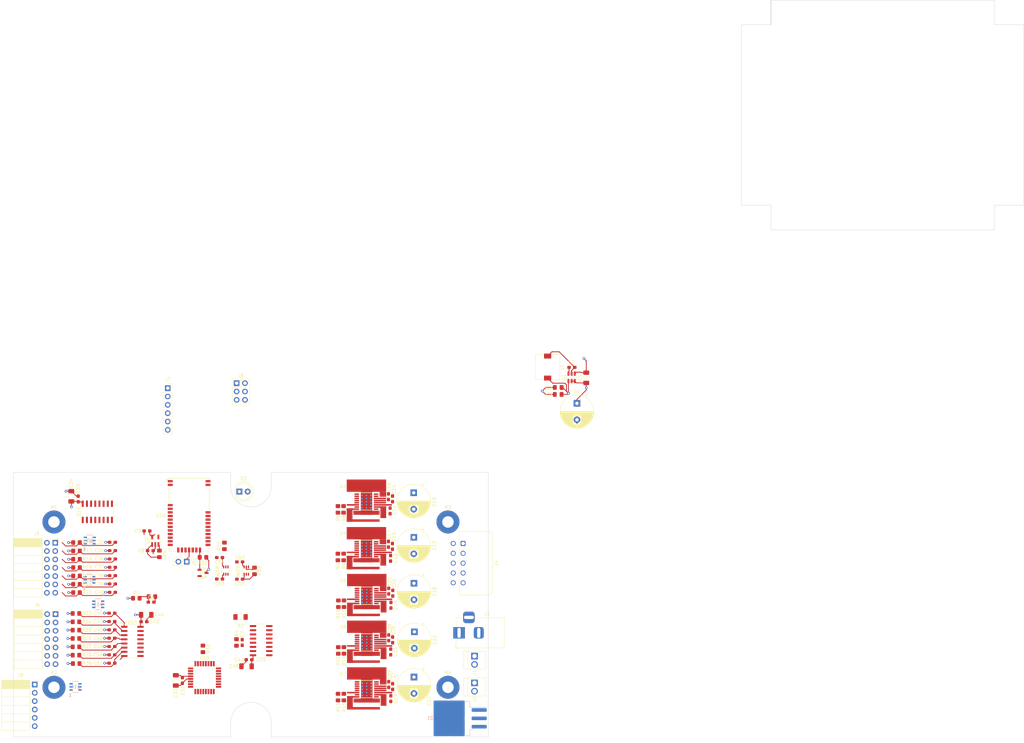
<source format=kicad_pcb>
(kicad_pcb (version 20221018) (generator pcbnew)
  (title_block (title "PCB Layout") (date "2024-01-17") (rev "0") (company "COEN 490 Team 15"))
  (layers (0 "F.Cu" signal) (1 "In1.Cu" power "GND.Cu") (2 "In2.Cu" power "VCC.Cu") (31 "B.Cu" signal) (34 "B.Paste" user) (35 "F.Paste" user) (36 "B.SilkS" user "B.Silkscreen") (37 "F.SilkS" user "F.Silkscreen") (38 "B.Mask" user) (39 "F.Mask" user) (44 "Edge.Cuts" user))
  (net 0 "")
  (net 1 "Net-(U1-SW)")
  (net 2 "Net-(U1-BST)")
  (net 3 "GND")
  (net 4 "+5V")
  (net 5 "+12V")
  (net 6 "Net-(U3-VCP)")
  (net 7 "Net-(U4-VCP)")
  (net 8 "Net-(U3-CPH)")
  (net 9 "Net-(U3-CPL)")
  (net 10 "Net-(U4-CPH)")
  (net 11 "Net-(U4-CPL)")
  (net 12 "Net-(U5-VCP)")
  (net 13 "Net-(U5-CPH)")
  (net 14 "Net-(U5-CPL)")
  (net 15 "Net-(U6-VCP)")
  (net 16 "Net-(U7-VCP)")
  (net 17 "Net-(U6-CPH)")
  (net 18 "Net-(U6-CPL)")
  (net 19 "Net-(U7-CPH)")
  (net 20 "Net-(U7-CPL)")
  (net 21 "Net-(D1-A)")
  (net 22 "Net-(D2-K)")
  (net 23 "Net-(D2-A)")
  (net 24 "MOTOR1_OUT2")
  (net 25 "MOTOR2_OUT2")
  (net 26 "MOTOR3_OUT2")
  (net 27 "MOTOR4_OUT2")
  (net 28 "MOTOR5_OUT2")
  (net 29 "MOTOR1_OUT1")
  (net 30 "POT_THUMB_1")
  (net 31 "POT_THUMB_2")
  (net 32 "POT_INDEX_1")
  (net 33 "POT_INDEX_2")
  (net 34 "POT_INDEX_3")
  (net 35 "POT_MIDDLE_1")
  (net 36 "POT_MIDDLE_2")
  (net 37 "POT_MIDDLE_3")
  (net 38 "POT_RING_1")
  (net 39 "POT_RING_2")
  (net 40 "POT_RING_3")
  (net 41 "POT_PINKY_1")
  (net 42 "POT_PINKY_2")
  (net 43 "POT_PINKY_3")
  (net 44 "+3.3V")
  (net 45 "MISO")
  (net 46 "MOSI")
  (net 47 "Net-(J1-Pin_1)")
  (net 48 "Net-(J1-Pin_2)")
  (net 49 "SCK")
  (net 50 "RST")
  (net 51 "MOSI1")
  (net 52 "SCK1")
  (net 53 "SS_IMU")
  (net 54 "MISO1")
  (net 55 "POT_AREF")
  (net 56 "MOTOR_AREF")
  (net 57 "MOTOR1_FAULT")
  (net 58 "MOTOR2_FAULT")
  (net 59 "MOTOR1_ISEN")
  (net 60 "MOTOR2_ISEN")
  (net 61 "MOTOR3_FAULT")
  (net 62 "MOTOR3_ISEN")
  (net 63 "MOTOR4_FAULT")
  (net 64 "MOTOR5_FAULT")
  (net 65 "MOTOR4_ISEN")
  (net 66 "MOTOR5_ISEN")
  (net 67 "MOTOR2_OUT1")
  (net 69 "OC0A")
  (net 70 "UC_MOTOR_PH1")
  (net 71 "UC_PERIPHERAL_SLEEP_RESET")
  (net 72 "OC0B")
  (net 73 "OC1A")
  (net 74 "UC_MOTOR_PH2")
  (net 75 "OC1B")
  (net 76 "OC2B")
  (net 77 "SS_ADC1")
  (net 78 "MOTOR3_OUT1")
  (net 79 "SS_ADC2")
  (net 80 "SS_ADC3")
  (net 81 "RXD")
  (net 82 "TXD")
  (net 83 "MOTOR4_OUT1")
  (net 84 "MOTOR5_OUT1")
  (net 85 "Net-(JP1-A)")
  (net 86 "Net-(U2-CONTROL)")
  (net 87 "Net-(U16-RST_N)")
  (net 88 "Net-(U19-DIR)")
  (net 89 "UC_MOTOR_PH3")
  (net 100 "3V3_TXD")
  (net 101 "3V3_RXD")
  (footprint "Connector_BarrelJack:BarrelJack_Horizontal" (layer "F.Cu") (at 204.1342 104.2162 180)
    (fp_text reference "J3")
    (fp_text value "54-00130")
  )
  (footprint "Connector_Molex:Molex_Micro-Fit_3.0_43045-1000_2x05_P3.00mm_Horizontal" (layer "F.Cu") (at 205.357 76.9826 -90)
    (fp_text reference "J4")
    (fp_text value "0430451000")
  )
  (footprint "Capacitor_SMD:C_0805_2012Metric_Pad1.18x1.45mm_HandSolder" (layer "F.Cu") (at 234.3275 29.454523 180)
    (fp_text reference "C2")
    (fp_text value "22uF")
  )
  (footprint "Resistor_SMD:R_0805_2012Metric_Pad1.20x1.40mm_HandSolder" (layer "F.Cu") (at 87.6342 84.3316)
    (fp_text reference "R19")
    (fp_text value "1k")
  )
  (footprint "Resistor_SMD:R_0805_2012Metric_Pad1.20x1.40mm_HandSolder" (layer "F.Cu") (at 169.037 123.7996 -90)
    (fp_text reference "R15")
    (fp_text value "3.6k")
  )
  (footprint "Resistor_SMD:R_0805_2012Metric_Pad1.20x1.40mm_HandSolder" (layer "F.Cu") (at 167.2844 123.7996 -90)
    (fp_text reference "R13")
    (fp_text value "10k")
  )
  (footprint "Glove_Footprints:SOT-25   SMV_TOS" (layer "F.Cu") (at 111.6276 76.1624 90)
    (fp_text reference "U2")
    (fp_text value "TCR2EF33_LMCT")
  )
  (footprint "Connector_PinHeader_2.54mm:PinHeader_2x03_P2.54mm_Vertical" (layer "F.Cu") (at 136.398 28.1432)
    (fp_text reference "J8")
    (fp_text value "67997-206HLF")
  )
  (footprint "Capacitor_SMD:C_0805_2012Metric_Pad1.18x1.45mm_HandSolder" (layer "F.Cu") (at 234.3175 31.567023 180)
    (fp_text reference "C3")
    (fp_text value "22uF")
  )
  (footprint "Capacitor_SMD:C_0603_1608Metric_Pad1.08x0.95mm_HandSolder" (layer "F.Cu") (at 182.7022 105.7402 90)
    (fp_text reference "C28")
    (fp_text value "0.022uF")
  )
  (footprint "Capacitor_SMD:C_0603_1608Metric_Pad1.08x0.95mm_HandSolder" (layer "F.Cu") (at 98.423 100.7674)
    (fp_text reference "C42")
    (fp_text value "0.1uF")
  )
  (footprint "Capacitor_SMD:C_0603_1608Metric_Pad1.08x0.95mm_HandSolder" (layer "F.Cu") (at 137.3444 87.856825 180)
    (fp_text reference "C55")
    (fp_text value "0.1uF")
  )
  (footprint "Capacitor_SMD:C_0603_1608Metric_Pad1.08x0.95mm_HandSolder" (layer "F.Cu") (at 138.0996 107.1546 90)
    (fp_text reference "C7")
    (fp_text value "0.1uF")
  )
  (footprint "Resistor_SMD:R_0805_2012Metric_Pad1.20x1.40mm_HandSolder" (layer "F.Cu") (at 167.364598 109.590274 -90)
    (fp_text reference "R12")
    (fp_text value "10k")
  )
  (footprint "Capacitor_SMD:C_0603_1608Metric_Pad1.08x0.95mm_HandSolder" (layer "F.Cu") (at 238.495 23.324523 180)
    (fp_text reference "C1")
    (fp_text value "0.1uF")
  )
  (footprint "Glove_Footprints:PWP0016J_N" (layer "F.Cu") (at 175.923999 64.250999)
    (fp_text reference "U3")
    (fp_text value "DRV8876PWPR")
  )
  (footprint "Package_TO_SOT_SMD:TSOT-23-6" (layer "F.Cu") (at 238.405 26.372023 90)
    (fp_text reference "U1")
    (fp_text value "AP63205WU")
  )
  (footprint "Capacitor_SMD:C_1206_3216Metric_Pad1.33x1.80mm_HandSolder" (layer "F.Cu") (at 86.055 62.6091 90)
    (fp_text reference "C34")
    (fp_text value "10uF")
  )
  (footprint "Capacitor_SMD:C_0603_1608Metric_Pad1.08x0.95mm_HandSolder" (layer "F.Cu") (at 183.3372 124.2568 -90)
    (fp_text reference "C25")
    (fp_text value "0.1uF")
  )
  (footprint "Resistor_SMD:R_0805_2012Metric_Pad1.20x1.40mm_HandSolder" (layer "F.Cu") (at 87.6342 86.8716)
    (fp_text reference "R20")
    (fp_text value "1k")
  )
  (footprint "Capacitor_SMD:C_0603_1608Metric_Pad1.08x0.95mm_HandSolder" (layer "F.Cu") (at 98.423 113.4674)
    (fp_text reference "C51")
    (fp_text value "0.1uF")
  )
  (footprint "Capacitor_THT:CP_Radial_D10.0mm_P5.00mm" (layer "F.Cu") (at 190.3476 75.127723 -90)
    (fp_text reference "C12")
    (fp_text value "1000uF")
  )
  (footprint "Resistor_SMD:R_0805_2012Metric_Pad1.20x1.40mm_HandSolder" (layer "F.Cu") (at 105.848 93.6824)
    (fp_text reference "R1")
    (fp_text value "1k")
  )
  (footprint "Resistor_SMD:R_0805_2012Metric_Pad1.20x1.40mm_HandSolder" (layer "F.Cu") (at 132.68016 77.71932 90)
    (fp_text reference "R31")
    (fp_text value "240")
  )
  (footprint "Capacitor_SMD:C_0603_1608Metric_Pad1.08x0.95mm_HandSolder" (layer "F.Cu") (at 140.1688 112.4152 180)
    (fp_text reference "C47")
    (fp_text value "0.1uF")
  )
  (footprint "Glove_Footprints:PWP0016J_N" (layer "F.Cu") (at 176.022 93.012992)
    (fp_text reference "U5")
    (fp_text value "DRV8876PWPR")
  )
  (footprint "Glove_Footprints:TerminalBlock_OnShore_OSTVN02A150_P2.54mm" (layer "F.Cu") (at 208.8388 119.4562 -90)
    (fp_text reference "J2")
    (fp_text value "OSTVN02A150")
  )
  (footprint "Capacitor_SMD:C_0603_1608Metric_Pad1.08x0.95mm_HandSolder" (layer "F.Cu") (at 109.0876 73.1624 180)
    (fp_text reference "C9")
    (fp_text value "0.1uF")
  )
  (footprint "Resistor_SMD:R_0805_2012Metric_Pad1.20x1.40mm_HandSolder" (layer "F.Cu") (at 87.6342 91.9516)
    (fp_text reference "R22")
    (fp_text value "1k")
  )
  (footprint "Resistor_SMD:R_0805_2012Metric_Pad1.20x1.40mm_HandSolder" (layer "F.Cu") (at 87.4734 100.861 180)
    (fp_text reference "R24")
    (fp_text value "1k")
  )
  (footprint "Capacitor_SMD:C_0603_1608Metric_Pad1.08x0.95mm_HandSolder" (layer "F.Cu") (at 183.8452 77.8764 -90)
    (fp_text reference "C15")
    (fp_text value "0.1uF")
  )
  (footprint "Capacitor_SMD:C_0603_1608Metric_Pad1.08x0.95mm_HandSolder" (layer "F.Cu") (at 183.9468 92.1383 -90)
    (fp_text reference "C20")
    (fp_text value "0.1uF")
  )
  (footprint "Capacitor_SMD:C_1206_3216Metric_Pad1.33x1.80mm_HandSolder" (layer "F.Cu") (at 117.8772 118.7176 -90)
    (fp_text reference "C31")
    (fp_text value "10uF")
  )
  (footprint "Capacitor_SMD:C_0603_1608Metric_Pad1.08x0.95mm_HandSolder" (layer "F.Cu") (at 183.3118 110.0328 -90)
    (fp_text reference "C23")
    (fp_text value "0.1uF")
  )
  (footprint "MountingHole:MountingHole_3.5mm_Pad" (layer "F.Cu") (at 200.751 70.435)
    (fp_text reference "M3")
    (fp_text value "MountingHole_3.5mm_Pad")
  )
  (footprint "Resistor_SMD:R_0805_2012Metric_Pad1.20x1.40mm_HandSolder" (layer "F.Cu") (at 87.4734 108.481 180)
    (fp_text reference "R27")
    (fp_text value "1k")
  )
  (footprint "Connector_PinHeader_2.54mm:PinHeader_1x02_P2.54mm_Vertical" (layer "F.Cu") (at 121.20516 82.52952 -90)
    (fp_text reference "JP1")
    (fp_text value "Jumper_2_Open")
  )
  (footprint "Resistor_SMD:R_0805_2012Metric_Pad1.20x1.40mm_HandSolder" (layer "F.Cu") (at 167.259 66.5988 -90)
    (fp_text reference "R6")
    (fp_text value "10k")
  )
  (footprint "Capacitor_SMD:C_0603_1608Metric_Pad1.08x0.95mm_HandSolder" (layer "F.Cu") (at 98.5842 81.7112)
    (fp_text reference "C36")
    (fp_text value "0.1uF")
  )
  (footprint "Connector_PinSocket_2.54mm:PinSocket_1x06_P2.54mm_Vertical" (layer "F.Cu") (at 115.4172 29.6668)
    (fp_text reference "J7")
    (fp_text value "61300611121")
  )
  (footprint "Capacitor_THT:CP_Radial_D10.0mm_P5.00mm" (layer "F.Cu") (at 190.3984 117.698123 -90)
    (fp_text reference "C24")
    (fp_text value "1000uF")
  )
  (footprint "Glove_Footprints:PWP0016J_N" (layer "F.Cu") (at 176.022 107.236992)
    (fp_text reference "U6")
    (fp_text value "DRV8876PWPR")
  )
  (footprint "Glove_Footprints:TSSOP6_SOT363-2_NEX" (layer "F.Cu") (at 139.3444 85.245575 90)
    (fp_text reference "U19")
    (fp_text value "74LVC1T45GW_125")
  )
  (footprint "Resistor_SMD:R_0805_2012Metric_Pad1.20x1.40mm_HandSolder" (layer "F.Cu") (at 87.6342 89.4116)
    (fp_text reference "R21")
    (fp_text value "1k")
  )
  (footprint "Capacitor_SMD:C_0603_1608Metric_Pad1.08x0.95mm_HandSolder" (layer "F.Cu") (at 182.7022 119.9642 90)
    (fp_text reference "C29")
    (fp_text value "0.022uF")
  )
  (footprint "Glove_Footprints:BM70BLES1FC2_MCH(2)" (layer "F.Cu") (at 121.93016 68.21932)
    (fp_text reference "U16")
    (fp_text value "BM70BLES1FC2-0B04AA")
  )
  (footprint "Capacitor_SMD:C_0603_1608Metric_Pad1.08x0.95mm_HandSolder" (layer "F.Cu") (at 108.178 100.8374)
    (fp_text reference "C43")
    (fp_text value "0.1uF")
  )
  (footprint "Capacitor_SMD:C_0603_1608Metric_Pad1.08x0.95mm_HandSolder" (layer "F.Cu") (at 182.626 62.738 90)
    (fp_text reference "C16")
    (fp_text value "0.022uF")
  )
  (footprint "Capacitor_SMD:C_0603_1608Metric_Pad1.08x0.95mm_HandSolder" (layer "F.Cu") (at 183.896 120.5992 -90)
    (fp_text reference "C27")
    (fp_text value "0.1uF")
  )
  (footprint "Capacitor_SMD:C_0603_1608Metric_Pad1.08x0.95mm_HandSolder" (layer "F.Cu") (at 98.423 105.8474)
    (fp_text reference "C46")
    (fp_text value "0.1uF")
  )
  (footprint "Capacitor_SMD:C_0603_1608Metric_Pad1.08x0.95mm_HandSolder" (layer "F.Cu") (at 131.204399 81.276825 180)
    (fp_text reference "C54")
    (fp_text value "0.1uF")
  )
  (footprint "Capacitor_SMD:C_0603_1608Metric_Pad1.08x0.95mm_HandSolder" (layer "F.Cu") (at 98.423 110.9274)
    (fp_text reference "C50")
    (fp_text value "0.1uF")
  )
  (footprint "Capacitor_SMD:C_0603_1608Metric_Pad1.08x0.95mm_HandSolder" (layer "F.Cu") (at 98.423 98.2274)
    (fp_text reference "C41")
    (fp_text value "0.1uF")
  )
  (footprint "Capacitor_SMD:C_0603_1608Metric_Pad1.08x0.95mm_HandSolder" (layer "F.Cu") (at 98.5842 84.2512)
    (fp_text reference "C37")
    (fp_text value "0.1uF")
  )
  (footprint "Capacitor_SMD:C_0603_1608Metric_Pad1.08x0.95mm_HandSolder" (layer "F.Cu") (at 183.134 67.056 -90)
    (fp_text reference "C11")
    (fp_text value "0.1uF")
  )
  (footprint "Capacitor_SMD:C_0603_1608Metric_Pad1.08x0.95mm_HandSolder" (layer "F.Cu") (at 137.3444 82.606825 180)
    (fp_text reference "C52")
    (fp_text value "0.1uF")
  )
  (footprint "Connector_PinSocket_2.54mm:PinSocket_2x07_P2.54mm_Horizontal" (layer "F.Cu") (at 81.2442 98.521)
    (fp_text reference "J6")
    (fp_text value "302-R141")
  )
  (footprint "Resistor_SMD:R_0805_2012Metric_Pad1.20x1.40mm_HandSolder" (layer "F.Cu") (at 87.4734 103.401 180)
    (fp_text reference "R25")
    (fp_text value "1k")
  )
  (footprint "Capacitor_SMD:C_0603_1608Metric_Pad1.08x0.95mm_HandSolder" (layer "F.Cu") (at 98.5842 89.3312)
    (fp_text reference "C39")
    (fp_text value "0.1uF")
  )
  (footprint "Capacitor_THT:CP_Radial_D10.0mm_P5.00mm" (layer "F.Cu") (at 240.03 34.284523 -90)
    (fp_text reference "C4")
    (fp_text value "1000uF")
  )
  (footprint "Capacitor_SMD:C_0603_1608Metric_Pad1.08x0.95mm_HandSolder" (layer "F.Cu") (at 110.363 94.8674)
    (fp_text reference "C6")
    (fp_text value "0.1uF")
  )
  (footprint "Capacitor_SMD:C_0603_1608Metric_Pad1.08x0.95mm_HandSolder" (layer "F.Cu") (at 98.423 108.3874)
    (fp_text reference "C49")
    (fp_text value "0.1uF")
  )
  (footprint "Capacitor_SMD:C_0603_1608Metric_Pad1.08x0.95mm_HandSolder" (layer "F.Cu") (at 182.626 77.2414 90)
    (fp_text reference "C17")
    (fp_text value "0.022uF")
  )
  (footprint "Resistor_SMD:R_0805_2012Metric_Pad1.20x1.40mm_HandSolder" (layer "F.Cu") (at 110.598 93.1824)
    (fp_text reference "R3" hide)
    (fp_text value "10k")
  )
  (footprint "Capacitor_SMD:C_0603_1608Metric_Pad1.08x0.95mm_HandSolder" (layer "F.Cu") (at 183.8706 63.3984 -90)
    (fp_text reference "C14")
    (fp_text value "0.1uF")
  )
  (footprint "Package_SO:SOIC-16_3.9x9.9mm_P1.27mm" (layer "F.Cu") (at 104.648 106.8324)
    (fp_text reference "U14")
    (fp_text value "MCP3008")
  )
  (footprint "Glove_Footprints:SOT-23_MC_MCH" (layer "F.Cu") (at 126.16496 85.96932 -90)
    (fp_text reference "U17")
    (fp_text value "MCP111T-195I/TT")
  )
  (footprint "Package_SO:SOIC-16_3.9x9.9mm_P1.27mm" (layer "F.Cu") (at 93.98 67.3466 90)
    (fp_text reference "U12")
    (fp_text value "MCP3008")
  )
  (footprint "Capacitor_SMD:C_0603_1608Metric_Pad1.08x0.95mm_HandSolder" (layer "F.Cu") (at 110.1276 79.1624)
    (fp_text reference "C8")
    (fp_text value "0.1uF")
  )
  (footprint "Resistor_SMD:R_0805_2012Metric_Pad1.20x1.40mm_HandSolder" (layer "F.Cu") (at 168.9608 66.5988 -90)
    (fp_text reference "R8")
    (fp_text value "3.6k")
  )
  (footprint "Resistor_SMD:R_0805_2012Metric_Pad1.20x1.40mm_HandSolder" (layer "F.Cu") (at 87.4734 105.941 180)
    (fp_text reference "R26")
    (fp_text value "1k")
  )
  (footprint "Resistor_SMD:R_0805_2012Metric_Pad1.20x1.40mm_HandSolder" (layer "F.Cu") (at 167.2336 81.1022 -90)
    (fp_text reference "R7")
    (fp_text value "10k")
  )
  (footprint "Capacitor_THT:CP_Radial_D10.0mm_P5.00mm" (layer "F.Cu") (at 190.5254 103.9114 -90)
    (fp_text reference "C22")
    (fp_text value "1000uF")
  )
  (footprint "Capacitor_SMD:C_0603_1608Metric_Pad1.08x0.95mm_HandSolder" (layer "F.Cu") (at 131.2194 87.820575 180)
    (fp_text reference "C53")
    (fp_text value "0.1uF")
  )
  (footprint "Capacitor_SMD:C_0603_1608Metric_Pad1.08x0.95mm_HandSolder" (layer "F.Cu") (at 98.5842 79.1712)
    (fp_text reference "C35")
    (fp_text value "0.1uF")
  )
  (footprint "Connector_PinSocket_2.54mm:PinSocket_2x07_P2.54mm_Horizontal" (layer "F.Cu") (at 81.1648 76.7704)
    (fp_text reference "J5")
    (fp_text value "302-R141")
  )
  (footprint "Resistor_SMD:R_0805_2012Metric_Pad1.20x1.40mm_HandSolder" (layer "F.Cu") (at 167.386 95.3516 -90)
    (fp_text reference "R10")
    (fp_text value "10k")
  )
  (footprint "Capacitor_SMD:C_0603_1608Metric_Pad1.08x0.95mm_HandSolder" (layer "F.Cu") (at 88.16 63.4216 90)
    (fp_text reference "C33")
    (fp_text value "0.1uF")
  )
  (footprint "Glove_Footprints:PWP0016J_N" (layer "F.Cu") (at 176.022 121.460992)
    (fp_text reference "U7")
    (fp_text value "DRV8876PWPR")
  )
  (footprint "Glove_Footprints:L_7.6x7.6_H3.5" (layer "F.Cu") (at 231.105 23.234523 -90)
    (fp_text reference "L1")
    (fp_text value "4.7uH")
  )
  (footprint "Resistor_SMD:R_0805_2012Metric_Pad1.20x1.40mm_HandSolder" (layer "F.Cu") (at 126.1272 109.1126 -90)
    (fp_text reference "R30")
    (fp_text value "10k")
  )
  (footprint "Capacitor_THT:CP_Radial_D10.0mm_P5.00mm" (layer "F.Cu") (at 190.3984 89.123123 -90)
    (fp_text reference "C18")
    (fp_text value "1000uF")
  )
  (footprint "MountingHole:MountingHole_3.5mm_Pad" (layer "F.Cu") (at 80.761 70.435)
    (fp_text reference "M1")
    (fp_text value "MountingHole_3.5mm_Pad")
  )
  (footprint "Resistor_SMD:R_1206_3216Metric_Pad1.30x1.75mm_HandSolder" (layer "F.Cu") (at 137.5918 99.3902)
    (fp_text reference "R2")
    (fp_text value "7.68k")
  )
  (footprint "Resistor_SMD:R_0805_2012Metric_Pad1.20x1.40mm_HandSolder" (layer "F.Cu") (at 87.548 113.5824)
    (fp_text reference "R29")
    (fp_text value "1k")
  )
  (footprint "Capacitor_SMD:C_0603_1608Metric_Pad1.08x0.95mm_HandSolder" (layer "F.Cu") (at 98.5842 86.7912)
    (fp_text reference "C38")
    (fp_text value "0.1uF")
  )
  (footprint "Connector_PinSocket_2.54mm:PinSocket_1x06_P2.54mm_Horizontal" (layer "F.Cu") (at 74.9104 119.9638)
    (fp_text reference "J9")
    (fp_text value "22053061")
  )
  (footprint "Glove_Footprints:TerminalBlock_OnShore_OSTVN02A150_P2.54mm" (layer "F.Cu") (at 208.8388 111.3028 -90)
    (fp_text reference "J1")
    (fp_text value "OSTVN02A150")
  )
  (footprint "Capacitor_SMD:C_1206_3216Metric_Pad1.33x1.80mm_HandSolder" (layer "F.Cu") (at 139.4188 114.4152 180)
    (fp_text reference "C48")
    (fp_text value "10uF")
  )
  (footprint "Glove_Footprints:TSSOP6_SOT363-2_NEX" (layer "F.Cu") (at 133.0944 85.245575 90)
    (fp_text reference "U18")
    (fp_text value "74LVC1T45GW_125")
  )
  (footprint "Resistor_SMD:R_0805_2012Metric_Pad1.20x1.40mm_HandSolder" (layer "F.Cu") (at 87.6342 79.2516)
    (fp_text reference "R17")
    (fp_text value "1k")
  )
  (footprint "Glove_Footprints:PWP0016J_N" (layer "F.Cu") (at 175.923999 78.728999)
    (fp_text reference "U4")
    (fp_text value "DRV8876PWPR")
  )
  (footprint "Resistor_SMD:R_0805_2012Metric_Pad1.20x1.40mm_HandSolder" (layer "F.Cu") (at 87.6342 81.7916)
    (fp_text reference "R18")
    (fp_text value "1k")
  )
  (footprint "Resistor_SMD:R_0805_2012Metric_Pad1.20x1.40mm_HandSolder" (layer "F.Cu") (at 112.8776 80.1624 -90)
    (fp_text reference "R5")
    (fp_text value "10k")
  )
  (footprint "Capacitor_THT:CP_Radial_D10.0mm_P5.00mm" (layer "F.Cu") (at 190.3222 61.5442 -90)
    (fp_text reference "C10")
    (fp_text value "1000uF")
  )
  (footprint "Capacitor_SMD:C_0603_1608Metric_Pad1.08x0.95mm_HandSolder" (layer "F.Cu") (at 98.5842 76.6312)
    (fp_text reference "C30")
    (fp_text value "0.1uF")
  )
  (footprint "Capacitor_SMD:C_0603_1608Metric_Pad1.08x0.95mm_HandSolder" (layer "F.Cu") (at 98.423 103.3074)
    (fp_text reference "C45")
    (fp_text value "0.1uF")
  )
  (footprint "Resistor_SMD:R_0805_2012Metric_Pad1.20x1.40mm_HandSolder" (layer "F.Cu") (at 87.4734 98.321)
    (fp_text reference "R23")
    (fp_text value "1k")
  )
  (footprint "MountingHole:MountingHole_3.5mm_Pad" (layer "F.Cu") (at 80.761 120.815)
    (fp_text reference "M2")
    (fp_text value "MountingHole_3.5mm_Pad")
  )
  (footprint "Capacitor_SMD:C_1206_3216Metric_Pad1.33x1.80mm_HandSolder" (layer "F.Cu") (at 108.8605 98.7324)
    (fp_text reference "C44")
    (fp_text value "10uF")
  )
  (footprint "Package_QFP:TQFP-32_7x7mm_P0.8mm" (layer "F.Cu") (at 126.6272 117.8626)
    (fp_text reference "U13")
    (fp_text value "ATmega328PB-A")
  )
  (footprint "Capacitor_SMD:C_0603_1608Metric_Pad1.08x0.95mm_HandSolder" (layer "F.Cu") (at 183.388 95.8088 -90)
    (fp_text reference "C19")
    (fp_text value "0.1uF")
  )
  (footprint "Resistor_SMD:R_0805_2012Metric_Pad1.20x1.40mm_HandSolder" (layer "F.Cu") (at 87.4734 111.021 180)
    (fp_text reference "R28")
    (fp_text value "1k")
  )
  (footprint "Resistor_SMD:R_0805_2012Metric_Pad1.20x1.40mm_HandSolder" (layer "F.Cu") (at 136.3496 107.1546 90)
    (fp_text reference "R4")
    (fp_text value "3k")
  )
  (footprint "Package_SO:SOIC-16_3.9x9.9mm_P1.27mm" (layer "F.Cu") (at 143.8656 106.6038 180)
    (fp_text reference "U15")
    (fp_text value "MCP3008")
  )
  (footprint "Capacitor_SMD:C_0603_1608Metric_Pad1.08x0.95mm_HandSolder" (layer "F.Cu") (at 182.7022 91.5162 90)
    (fp_text reference "C21")
    (fp_text value "0.022uF")
  )
  (footprint "LED_THT:LED_D5.0mm" (layer "F.Cu") (at 137.22216 61.16812)
    (fp_text reference "D2")
    (fp_text value "LED")
  )
  (footprint "Resistor_SMD:R_0805_2012Metric_Pad1.20x1.40mm_HandSolder" (layer "F.Cu") (at 169.0624 109.5756 -90)
    (fp_text reference "R14")
    (fp_text value "3.6k")
  )
  (footprint "Resistor_SMD:R_0805_2012Metric_Pad1.20x1.40mm_HandSolder" (layer "F.Cu") (at 126.14976 81.209319 180)
    (fp_text reference "R32")
    (fp_text value "10k")
  )
  (footprint "Capacitor_SMD:C_0603_1608Metric_Pad1.08x0.95mm_HandSolder" (layer "F.Cu") (at 183.261 81.5086 -90)
    (fp_text reference "C13")
    (fp_text value "0.1uF")
  )
  (footprint "Resistor_SMD:R_0805_2012Metric_Pad1.20x1.40mm_HandSolder" (layer "F.Cu") (at 169.0878 95.3516 -90)
    (fp_text reference "R11")
    (fp_text value "3.6k")
  )
  (footprint "MountingHole:MountingHole_3.5mm_Pad" (layer "F.Cu") (at 200.751 120.815)
    (fp_text reference "M4")
    (fp_text value "MountingHole_3.5mm_Pad")
  )
  (footprint "Resistor_SMD:R_0805_2012Metric_Pad1.20x1.40mm_HandSolder" (layer "F.Cu") (at 168.9862 81.1022 -90)
    (fp_text reference "R9")
    (fp_text value "3.6k")
  )
  (footprint "Capacitor_SMD:C_1206_3216Metric_Pad1.33x1.80mm_HandSolder" (layer "F.Cu") (at 242.8725 26.504523 90)
    (fp_text reference "C5")
    (fp_text value "10uF")
  )
  (footprint "Capacitor_SMD:C_0603_1608Metric_Pad1.08x0.95mm_HandSolder" (layer "F.Cu") (at 98.5842 91.8712)
    (fp_text reference "C40")
    (fp_text value "0.1uF")
  )
  (footprint "Resistor_SMD:R_0805_2012Metric_Pad1.20x1.40mm_HandSolder" (layer "F.Cu") (at 141.8444 85.356825 90)
    (fp_text reference "R33")
    (fp_text value "10k")
  )
  (footprint "Capacitor_SMD:C_0603_1608Metric_Pad1.08x0.95mm_HandSolder" (layer "F.Cu") (at 183.896 106.3752 -90)
    (fp_text reference "C26")
    (fp_text value "0.1uF")
  )
  (footprint "Capacitor_SMD:C_0603_1608Metric_Pad1.08x0.95mm_HandSolder" (layer "F.Cu") (at 119.8772 118.7176 -90)
    (fp_text reference "C32")
    (fp_text value "0.1uF")
  )
  (footprint "Resistor_SMD:R_0805_2012Metric_Pad1.20x1.40mm_HandSolder" (layer "F.Cu") (at 87.6342 76.7116)
    (fp_text reference "R16")
    (fp_text value "1k")
  )
  (footprint "Package_TO_SOT_SMD:TO-263-3_TabPin2" (layer "B.Cu") (at 202.6204 130.2766 180)
    (fp_text reference "D1")
    (fp_text value "VS-6TQ045STRL-M3")
  )
  (footprint "Glove_Footprints:SOT457_NXP" (layer "B.Cu") (at 87.334849 120.696799)
    (fp_text reference "U10")
    (fp_text value "BZA408B")
  )
  (footprint "Glove_Footprints:SOT457_NXP" (layer "B.Cu") (at 91.674151 76.096399)
    (fp_text reference "U8")
    (fp_text value "BZA408B")
  )
  (footprint "Glove_Footprints:SOT457_NXP" (layer "B.Cu") (at 91.6178 88.0618)
    (fp_text reference "U9")
    (fp_text value "BZA408B")
  )
  (footprint "Glove_Footprints:SOT457_NXP" (layer "B.Cu") (at 94.248249 95.5324 180)
    (fp_text reference "U11")
    (fp_text value "BZA408B")
  )
  (gr_line (start 376.125 -81.075) (end 376.125 -26.075) (stroke (width 0.1)) (layer "Edge.Cuts"))
  (gr_line (start 134.565 59.65) (end 134.565 55.29) (stroke (width 0.1)) (layer "Edge.Cuts"))
  (gr_line (start 299.125 -88.575) (end 299.125 -81.075) (stroke (width 0.1)) (layer "Edge.Cuts"))
  (gr_arc (start 146.945 59.65) (mid 140.755 65.84) (end 134.565 59.65) (stroke (width 0.1)) (layer "Edge.Cuts"))
  (gr_line (start 299.125 -18.575) (end 367.125 -18.575) (stroke (width 0.1)) (layer "Edge.Cuts"))
  (gr_line (start 68.455 135.96) (end 68.455 55.29) (stroke (width 0.1)) (layer "Edge.Cuts"))
  (gr_line (start 367.125 -88.575) (end 367.125 -81.075) (stroke (width 0.1)) (layer "Edge.Cuts"))
  (gr_line (start 68.455 55.29) (end 134.565 55.29) (stroke (width 0.1)) (layer "Edge.Cuts"))
  (gr_line (start 146.945 131.6) (end 146.945 135.96) (stroke (width 0.1)) (layer "Edge.Cuts"))
  (gr_line (start 376.125 -26.075) (end 367.125 -26.075) (stroke (width 0.1)) (layer "Edge.Cuts"))
  (gr_line (start 134.565 135.96) (end 68.455 135.96) (stroke (width 0.1)) (layer "Edge.Cuts"))
  (gr_line (start 367.125 -26.075) (end 367.125 -18.575) (stroke (width 0.1)) (layer "Edge.Cuts"))
  (gr_line (start 299.125 -26.075) (end 299.125 -18.575) (stroke (width 0.1)) (layer "Edge.Cuts"))
  (gr_line (start 134.565 131.6) (end 134.565 135.96) (stroke (width 0.1)) (layer "Edge.Cuts"))
  (gr_line (start 367.125 -81.075) (end 376.125 -81.075) (stroke (width 0.1)) (layer "Edge.Cuts"))
  (gr_line (start 213.055 135.96) (end 213.055 55.29) (stroke (width 0.1)) (layer "Edge.Cuts"))
  (gr_arc (start 134.565 131.6) (mid 140.755 125.41) (end 146.945 131.6) (stroke (width 0.1)) (layer "Edge.Cuts"))
  (gr_line (start 299.125 -88.575) (end 299.125 -81.075) (stroke (width 0.1)) (layer "Edge.Cuts"))
  (gr_line (start 299.125 -88.575) (end 299.125 -81.075) (stroke (width 0.1)) (layer "Edge.Cuts"))
  (gr_line (start 299.125 -26.075) (end 290.125 -26.075) (stroke (width 0.1)) (layer "Edge.Cuts"))
  (gr_line (start 299.125 -88.575) (end 367.125 -88.575) (stroke (width 0.1)) (layer "Edge.Cuts"))
  (gr_line (start 213.055 135.96) (end 146.945 135.96) (stroke (width 0.1)) (layer "Edge.Cuts"))
  (gr_line (start 146.945 55.29) (end 213.055 55.29) (stroke (width 0.1)) (layer "Edge.Cuts"))
  (gr_line (start 146.945 59.65) (end 146.945 55.29) (stroke (width 0.1)) (layer "Edge.Cuts"))
  (gr_line (start 290.125 -26.075) (end 290.125 -81.075) (stroke (width 0.1)) (layer "Edge.Cuts"))
  (gr_line (start 290.125 -81.075) (end 299.125 -81.075) (stroke (width 0.1)) (layer "Edge.Cuts"))
  (segment (start 232.405 18.584523) (end 231.105 19.884523) (width 0.254) (layer "F.Cu") (net 1))
  (segment (start 239.3575 23.324523) (end 238.405 24.277023) (width 0.254) (layer "F.Cu") (net 1))
  (segment (start 234.6175 18.584523) (end 232.405 18.584523) (width 0.254) (layer "F.Cu") (net 1))
  (segment (start 238.405 24.277023) (end 238.405 25.234523) (width 0.254) (layer "F.Cu") (net 1))
  (segment (start 239.3575 23.324523) (end 234.6175 18.584523) (width 0.254) (layer "F.Cu") (net 1))
  (segment (start 237.6325 25.057023) (end 237.455 25.234523) (width 0.254) (layer "F.Cu") (net 2))
  (segment (start 237.6325 23.324523) (end 237.6325 25.057023) (width 0.254) (layer "F.Cu") (net 2))
  (segment (start 111.598 93.1824) (end 111.598 94.4949) (width 0.254) (layer "F.Cu") (net 3))
  (segment (start 230.535 29.454523) (end 233.29 29.454523) (width 0.254) (layer "F.Cu") (net 3))
  (segment (start 229.455 30.534523) (end 230.535 29.454523) (width 0.254) (layer "F.Cu") (net 3))
  (segment (start 97.5605 105.8474) (end 96.203 105.8474) (width 0.254) (layer "F.Cu") (net 3))
  (segment (start 96.203 105.8474) (end 96.198 105.8424) (width 0.254) (layer "F.Cu") (net 3))
  (segment (start 96.5092 84.2712) (end 97.7017 84.2712) (width 0.254) (layer "F.Cu") (net 3))
  (segment (start 97.5605 98.2274) (end 96.158 98.2274) (width 0.254) (layer "F.Cu") (net 3))
  (segment (start 108.2251 73.1624) (end 108.2251 74.2043) (width 0.254) (layer "F.Cu") (net 3))
  (segment (start 96.5092 86.8212) (end 97.6917 86.8212) (width 0.254) (layer "F.Cu") (net 3))
  (segment (start 86.055 61.0466) (end 87.5675 62.5591) (width 0.254) (layer "F.Cu") (net 3))
  (segment (start 97.7117 89.3212) (end 97.7217 89.3312) (width 0.254) (layer "F.Cu") (net 3))
  (segment (start 96.228 108.3874) (end 96.223 108.3924) (width 0.254) (layer "F.Cu") (net 3))
  (segment (start 110.9901 79.1624) (end 110.9901 80.1193) (width 0.254) (layer "F.Cu") (net 3))
  (segment (start 108.2251 74.2043) (end 108.2276 74.2068) (width 0.254) (layer "F.Cu") (net 3))
  (segment (start 96.4592 91.8712) (end 97.7217 91.8712) (width 0.254) (layer "F.Cu") (net 3))
  (segment (start 97.5605 113.4674) (end 97.5605 113.7299) (width 0.254) (layer "F.Cu") (net 3))
  (segment (start 119.8772 119.5801) (end 121.1947 118.2626) (width 0.254) (layer "F.Cu") (net 3))
  (segment (start 229.455 30.534523) (end 230.4875 31.567023) (width 0.254) (layer "F.Cu") (net 3))
  (segment (start 121.1947 118.2626) (end 122.3772 118.2626) (width 0.254) (layer "F.Cu") (net 3))
  (segment (start 242.8725 21.352023) (end 242.8725 24.942023) (width 0.254) (layer "F.Cu") (net 3))
  (segment (start 102.173 111.2774) (end 101.9794 111.2774) (width 0.254) (layer "F.Cu") (net 3))
  (segment (start 239.805 24.784523) (end 241.43 24.784523) (width 0.254) (layer "F.Cu") (net 3))
  (segment (start 97.6917 86.8212) (end 97.7217 86.7912) (width 0.254) (layer "F.Cu") (net 3))
  (segment (start 96.5092 79.1712) (end 97.7217 79.1712) (width 0.254) (layer "F.Cu") (net 3))
  (segment (start 86.055 61.0466) (end 84.6232 61.0466) (width 0.254) (layer "F.Cu") (net 3))
  (segment (start 240.055 41.084523) (end 240.055 40.934523) (width 0.254) (layer "F.Cu") (net 3))
  (segment (start 110.423 98.7324) (end 109.0405 100.1149) (width 0.254) (layer "F.Cu") (net 3))
  (segment (start 84.6232 61.0466) (end 84.455 61.0624) (width 0.254) (layer "F.Cu") (net 3))
  (segment (start 241.43 24.784523) (end 241.5875 24.942023) (width 0.254) (layer "F.Cu") (net 3))
  (segment (start 97.5605 110.9274) (end 96.183 110.9274) (width 0.254) (layer "F.Cu") (net 3))
  (segment (start 97.5605 103.3074) (end 96.183 103.3074) (width 0.254) (layer "F.Cu") (net 3))
  (segment (start 117.8772 120.2801) (end 119.1772 120.2801) (width 0.254) (layer "F.Cu") (net 3))
  (segment (start 230.4875 31.567023) (end 233.28 31.567023) (width 0.254) (layer "F.Cu") (net 3))
  (segment (start 111.598 94.4949) (end 111.2255 94.8674) (width 0.254) (layer "F.Cu") (net 3))
  (segment (start 96.158 98.2274) (end 96.148 98.2174) (width 0.254) (layer "F.Cu") (net 3))
  (segment (start 97.5605 100.7674) (end 96.148 100.7674) (width 0.254) (layer "F.Cu") (net 3))
  (segment (start 97.5605 113.4674) (end 96.198 113.4674) (width 0.254) (layer "F.Cu") (net 3))
  (segment (start 137.8563 114.4152) (end 139.3063 112.9652) (width 0.254) (layer "F.Cu") (net 3))
  (segment (start 101.9794 111.2774) (end 100.8936 112.3632) (width 0.254) (layer "F.Cu") (net 3))
  (segment (start 241.5875 24.942023) (end 242.8725 24.942023) (width 0.254) (layer "F.Cu") (net 3))
  (segment (start 96.5092 89.3212) (end 97.7117 89.3212) (width 0.254) (layer "F.Cu") (net 3))
  (segment (start 239.355 25.234523) (end 239.805 24.784523) (width 0.254) (layer "F.Cu") (net 3))
  (segment (start 119.1772 120.2801) (end 119.8772 119.5801) (width 0.254) (layer "F.Cu") (net 3))
  (segment (start 109.0405 100.1149) (end 109.0405 100.8374) (width 0.254) (layer "F.Cu") (net 3))
  (segment (start 84.455 61.0624) (end 84.6074 61.0624) (width 0.254) (layer "F.Cu") (net 3))
  (segment (start 97.7117 76.6212) (end 97.7217 76.6312) (width 0.254) (layer "F.Cu") (net 3))
  (segment (start 96.5092 81.7212) (end 97.7117 81.7212) (width 0.254) (layer "F.Cu") (net 3))
  (segment (start 97.5605 108.3874) (end 96.228 108.3874) (width 0.254) (layer "F.Cu") (net 3))
  (segment (start 111.6276 78.5249) (end 111.6276 77.3068) (width 0.254) (layer "F.Cu") (net 3))
  (segment (start 96.5092 76.6212) (end 97.7117 76.6212) (width 0.254) (layer "F.Cu") (net 3))
  (segment (start 96.183 110.9274) (end 96.173 110.9174) (width 0.254) (layer "F.Cu") (net 3))
  (segment (start 96.183 103.3074) (end 96.173 103.3174) (width 0.254) (layer "F.Cu") (net 3))
  (segment (start 139.3063 112.9652) (end 139.3063 112.4152) (width 0.254) (layer "F.Cu") (net 3))
  (segment (start 240.03 39.284523) (end 240.03 40.909523) (width 0.254) (layer "F.Cu") (net 3))
  (segment (start 97.7017 84.2712) (end 97.7217 84.2512) (width 0.254) (layer "F.Cu") (net 3))
  (segment (start 242.155 20.634523) (end 242.8725 21.352023) (width 0.254) (layer "F.Cu") (net 3))
  (segment (start 240.03 40.909523) (end 240.055 41.084523) (width 0.254) (layer "F.Cu") (net 3))
  (segment (start 87.5675 62.5591) (end 88.16 62.5591) (width 0.254) (layer "F.Cu") (net 3))
  (segment (start 97.7117 81.7212) (end 97.7217 81.7112) (width 0.254) (layer "F.Cu") (net 3))
  (segment (start 110.9901 79.1624) (end 111.6276 78.5249) (width 0.254) (layer "F.Cu") (net 3))
  (via (at 96.173 103.3174) (size 0.8) (drill 0.4) (layers "F.Cu" "B.Cu") (net 3))
  (via (at 96.198 105.8424) (size 0.8) (drill 0.4) (layers "F.Cu" "B.Cu") (net 3))
  (via (at 96.223 108.3924) (size 0.8) (drill 0.4) (layers "F.Cu" "B.Cu") (net 3))
  (via (at 96.198 113.4674) (size 0.8) (drill 0.4) (layers "F.Cu" "B.Cu") (net 3))
  (via (at 229.455 30.534523) (size 0.8) (drill 0.4) (layers "F.Cu" "B.Cu") (net 3))
  (via (at 96.148 100.7674) (size 0.8) (drill 0.4) (layers "F.Cu" "B.Cu") (net 3))
  (via (at 242.155 20.634523) (size 0.8) (drill 0.4) (layers "F.Cu" "B.Cu") (net 3))
  (via (at 96.5092 84.2712) (size 0.8) (drill 0.4) (layers "F.Cu" "B.Cu") (net 3))
  (via (at 96.5092 86.8212) (size 0.8) (drill 0.4) (layers "F.Cu" "B.Cu") (net 3))
  (via (at 96.5092 76.6212) (size 0.8) (drill 0.4) (layers "F.Cu" "B.Cu") (net 3))
  (via (at 96.5092 79.1712) (size 0.8) (drill 0.4) (layers "F.Cu" "B.Cu") (net 3))
  (via (at 96.5092 81.7212) (size 0.8) (drill 0.4) (layers "F.Cu" "B.Cu") (net 3))
  (via (at 96.4592 91.8712) (size 0.8) (drill 0.4) (layers "F.Cu" "B.Cu") (net 3))
  (via (at 96.148 98.2174) (size 0.8) (drill 0.4) (layers "F.Cu" "B.Cu") (net 3))
  (via (at 84.455 61.0624) (size 0.8) (drill 0.4) (layers "F.Cu" "B.Cu") (net 3))
  (via (at 96.5092 89.3212) (size 0.8) (drill 0.4) (layers "F.Cu" "B.Cu") (net 3))
  (via (at 96.173 110.9174) (size 0.8) (drill 0.4) (layers "F.Cu" "B.Cu") (net 3))
  (via (at 240.055 41.084523) (size 0.8) (drill 0.4) (layers "F.Cu" "B.Cu") (net 3))
  (segment (start 86.6342 89.4116) (end 85.2438 89.4116) (width 0.254) (layer "F.Cu") (net 4))
  (segment (start 88.16 64.2841) (end 88.9475 64.2841) (width 0.254) (layer "F.Cu") (net 4))
  (segment (start 119.8772 117.8551) (end 120.2697 117.4626) (width 0.254) (layer "F.Cu") (net 4))
  (segment (start 85.2342 91.9462) (end 86.6288 91.9462) (width 0.254) (layer "F.Cu") (net 4))
  (segment (start 132.0819 87.820575) (end 132.0819 86.719326) (width 0.254) (layer "F.Cu") (net 4))
  (segment (start 231.105 26.584523) (end 232.655 28.134523) (width 0.254) (layer "F.Cu") (net 4))
  (segment (start 109.2651 78.719299) (end 110.677599 77.3068) (width 0.254) (layer "F.Cu") (net 4))
  (segment (start 85.048 113.5824) (end 85.248 113.5824) (width 0.254) (layer "F.Cu") (net 4))
  (segment (start 88.0475 64.1716) (end 88.16 64.2841) (width 0.254) (layer "F.Cu") (net 4))
  (segment (start 86.6342 81.7916) (end 85.2388 81.7916) (width 0.254) (layer "F.Cu") (net 4))
  (segment (start 85.0266 100.861) (end 85.023 100.8574) (width 0.254) (layer "F.Cu") (net 4))
  (segment (start 107.123 102.3874) (end 107.123 101.0299) (width 0.254) (layer "F.Cu") (net 4))
  (segment (start 107.298 100.8199) (end 107.3155 100.8374) (width 0.254) (layer "F.Cu") (net 4))
  (segment (start 107.298 98.7324) (end 107.298 100.8199) (width 0.254) (layer "F.Cu") (net 4))
  (segment (start 237.455 31.234523) (end 237.455 27.509523) (width 0.254) (layer "F.Cu") (net 4))
  (segment (start 85.0066 105.941) (end 84.998 105.9324) (width 0.254) (layer "F.Cu") (net 4))
  (segment (start 109.2651 79.1624) (end 109.2651 78.719299) (width 0.254) (layer "F.Cu") (net 4))
  (segment (start 138.694401 87.369324) (end 138.2069 87.856825) (width 0.254) (layer "F.Cu") (net 4))
  (segment (start 140.9813 112.4652) (end 141.0313 112.4152) (width 0.254) (layer "F.Cu") (net 4))
  (segment (start 105.573 98.7324) (end 105.823 98.7324) (width 0.254) (layer "F.Cu") (net 4))
  (segment (start 86.4734 111.021) (end 85.0344 111.021) (width 0.254) (layer "F.Cu") (net 4))
  (segment (start 119.1772 117.1551) (end 119.8772 117.8551) (width 0.254) (layer "F.Cu") (net 4))
  (segment (start 110.3082 81.1624) (end 112.8776 81.1624) (width 0.254) (layer "F.Cu") (net 4))
  (segment (start 85.0216 108.481) (end 86.4734 108.481) (width 0.254) (layer "F.Cu") (net 4))
  (segment (start 140.3444 87.856825) (end 141.8444 86.356825) (width 0.254) (layer "F.Cu") (net 4))
  (segment (start 86.0806 65.863) (end 86.0806 65.6852) (width 0.254) (layer "F.Cu") (net 4))
  (segment (start 103.248 93.7074) (end 103.398 93.6824) (width 0.254) (layer "F.Cu") (net 4))
  (segment (start 86.6246 76.7212) (end 86.6342 76.7116) (width 0.254) (layer "F.Cu") (net 4))
  (segment (start 86.6342 86.8716) (end 85.2346 86.8716) (width 0.254) (layer "F.Cu") (net 4))
  (segment (start 86.6288 91.9462) (end 86.6342 91.9516) (width 0.254) (layer "F.Cu") (net 4))
  (segment (start 85.0366 98.321) (end 85.023 98.3074) (width 0.254) (layer "F.Cu") (net 4))
  (segment (start 236.855 30.634523) (end 237.455 31.234523) (width 0.254) (layer "F.Cu") (net 4))
  (segment (start 85.2346 86.8716) (end 85.2342 86.8712) (width 0.254) (layer "F.Cu") (net 4))
  (segment (start 236.855 28.634523) (end 236.855 30.634523) (width 0.254) (layer "F.Cu") (net 4))
  (segment (start 138.694401 86.356825) (end 138.694401 87.369324) (width 0.254) (layer "F.Cu") (net 4))
  (segment (start 132.0819 86.719326) (end 132.444401 86.356825) (width 0.254) (layer "F.Cu") (net 4))
  (segment (start 109.2651 79.1624) (end 109.2651 80.1193) (width 0.254) (layer "F.Cu") (net 4))
  (segment (start 236.355 28.134523) (end 236.855 28.634523) (width 0.254) (layer "F.Cu") (net 4))
  (segment (start 140.9813 114.4152) (end 140.9813 112.4652) (width 0.254) (layer "F.Cu") (net 4))
  (segment (start 86.4734 100.861) (end 85.0266 100.861) (width 0.254) (layer "F.Cu") (net 4))
  (segment (start 86.055 64.1716) (end 86.055 65.6596) (width 0.254) (layer "F.Cu") (net 4))
  (segment (start 86.055 64.1716) (end 88.0475 64.1716) (width 0.254) (layer "F.Cu") (net 4))
  (segment (start 235.355 31.567023) (end 237.1225 31.567023) (width 0.254) (layer "F.Cu") (net 4))
  (segment (start 86.548 113.5824) (end 85.048 113.5824) (width 0.254) (layer "F.Cu") (net 4))
  (segment (start 86.6342 79.2516) (end 85.2538 79.2516) (width 0.254) (layer "F.Cu") (net 4))
  (segment (start 104.848 93.6824) (end 103.248 93.7074) (width 0.254) (layer "F.Cu") (net 4))
  (segment (start 85.2438 89.4116) (end 85.2342 89.4212) (width 0.254) (layer "F.Cu") (net 4))
  (segment (start 107.123 101.0299) (end 107.3155 100.8374) (width 0.254) (layer "F.Cu") (net 4))
  (segment (start 85.2388 81.7916) (end 85.2342 81.7962) (width 0.254) (layer "F.Cu") (net 4))
  (segment (start 89.555 64.8516) (end 89.535 64.8716) (width 0.254) (layer "F.Cu") (net 4))
  (segment (start 86.4734 103.401) (end 85.0166 103.401) (width 0.254) (layer "F.Cu") (net 4))
  (segment (start 88.9475 64.2841) (end 89.535 64.8716) (width 0.254) (layer "F.Cu") (net 4))
  (segment (start 85.2092 76.7212) (end 86.6246 76.7212) (width 0.254) (layer "F.Cu") (net 4))
  (segment (start 235.365 29.454523) (end 235.675 29.454523) (width 0.254) (layer "F.Cu") (net 4))
  (segment (start 85.2488 84.3316) (end 85.2342 84.3462) (width 0.254) (layer "F.Cu") (net 4))
  (segment (start 86.055 65.6596) (end 86.0806 65.863) (width 0.254) (layer "F.Cu") (net 4))
  (segment (start 141.3906 112.0559) (end 141.0313 112.4152) (width 0.254) (layer "F.Cu") (net 4))
  (segment (start 85.0166 103.401) (end 84.998 103.3824) (width 0.254) (layer "F.Cu") (net 4))
  (segment (start 86.4734 98.321) (end 85.0366 98.321) (width 0.254) (layer "F.Cu") (net 4))
  (segment (start 84.998 108.4574) (end 85.0216 108.481) (width 0.254) (layer "F.Cu") (net 4))
  (segment (start 138.2069 87.856825) (end 140.3444 87.856825) (width 0.254) (layer "F.Cu") (net 4))
  (segment (start 86.6342 84.3316) (end 85.2488 84.3316) (width 0.254) (layer "F.Cu") (net 4))
  (segment (start 107.298 98.7324) (end 105.573 98.7324) (width 0.254) (layer "F.Cu") (net 4))
  (segment (start 86.4734 105.941) (end 85.0066 105.941) (width 0.254) (layer "F.Cu") (net 4))
  (segment (start 120.2697 117.4626) (end 122.3772 117.4626) (width 0.254) (layer "F.Cu") (net 4))
  (segment (start 237.1225 31.567023) (end 237.455 31.234523) (width 0.254) (layer "F.Cu") (net 4))
  (segment (start 85.0344 111.021) (end 85.023 111.0324) (width 0.254) (layer "F.Cu") (net 4))
  (segment (start 85.2538 79.2516) (end 85.2342 79.2712) (width 0.254) (layer "F.Cu") (net 4))
  (segment (start 117.8772 117.1551) (end 119.1772 117.1551) (width 0.254) (layer "F.Cu") (net 4))
  (segment (start 141.3906 111.0488) (end 141.3906 112.0559) (width 0.254) (layer "F.Cu") (net 4))
  (segment (start 232.655 28.134523) (end 236.355 28.134523) (width 0.254) (layer "F.Cu") (net 4))
  (segment (start 235.675 29.454523) (end 237.455 31.234523) (width 0.254) (layer "F.Cu") (net 4))
  (segment (start 112.8776 81.1624) (end 112.8708 81.1692) (width 0.254) (layer "F.Cu") (net 4))
  (segment (start 109.2651 80.1193) (end 110.3082 81.1624) (width 0.254) (layer "F.Cu") (net 4))
  (via (at 85.023 111.0324) (size 0.8) (drill 0.4) (layers "F.Cu" "B.Cu") (net 4))
  (via (at 105.573 98.7324) (size 0.8) (drill 0.4) (layers "F.Cu" "B.Cu") (net 4))
  (via (at 85.2342 79.2712) (size 0.8) (drill 0.4) (layers "F.Cu" "B.Cu") (net 4))
  (via (at 86.0806 65.863) (size 0.8) (drill 0.4) (layers "F.Cu" "B.Cu") (net 4))
  (via (at 85.2092 76.7212) (size 0.8) (drill 0.4) (layers "F.Cu" "B.Cu") (net 4))
  (via (at 85.2342 86.8712) (size 0.8) (drill 0.4) (layers "F.Cu" "B.Cu") (net 4))
  (via (at 85.023 98.3074) (size 0.8) (drill 0.4) (layers "F.Cu" "B.Cu") (net 4))
  (via (at 85.2342 81.7962) (size 0.8) (drill 0.4) (layers "F.Cu" "B.Cu") (net 4))
  (via (at 85.2342 84.3462) (size 0.8) (drill 0.4) (layers "F.Cu" "B.Cu") (net 4))
  (via (at 237.455 31.234523) (size 0.8) (drill 0.4) (layers "F.Cu" "B.Cu") (net 4))
  (via (at 84.998 108.4574) (size 0.8) (drill 0.4) (layers "F.Cu" "B.Cu") (net 4))
  (via (at 85.2342 89.4212) (size 0.8) (drill 0.4) (layers "F.Cu" "B.Cu") (net 4))
  (via (at 84.998 103.3824) (size 0.8) (drill 0.4) (layers "F.Cu" "B.Cu") (net 4))
  (via (at 85.2342 91.9462) (size 0.8) (drill 0.4) (layers "F.Cu" "B.Cu") (net 4))
  (via (at 85.048 113.5824) (size 0.8) (drill 0.4) (layers "F.Cu" "B.Cu") (net 4))
  (via (at 103.248 93.7074) (size 0.8) (drill 0.4) (layers "F.Cu" "B.Cu") (net 4))
  (via (at 85.023 100.8574) (size 0.8) (drill 0.4) (layers "F.Cu" "B.Cu") (net 4))
  (via (at 84.998 105.9324) (size 0.8) (drill 0.4) (layers "F.Cu" "B.Cu") (net 4))
  (segment (start 242.88 30.209523) (end 242.88 29.484523) (width 0.254) (layer "F.Cu") (net 5))
  (segment (start 242.8725 29.452023) (end 242.88 29.484523) (width 0.254) (layer "F.Cu") (net 5))
  (segment (start 238.405 27.509523) (end 239.355 27.509523) (width 0.254) (layer "F.Cu") (net 5))
  (segment (start 240.03 34.284523) (end 240.03 33.059523) (width 0.254) (layer "F.Cu") (net 5))
  (segment (start 239.9125 28.067023) (end 239.355 27.509523) (width 0.254) (layer "F.Cu") (net 5))
  (segment (start 240.03 33.059523) (end 242.88 30.209523) (width 0.254) (layer "F.Cu") (net 5))
  (segment (start 242.88 29.484523) (end 242.8725 28.067023) (width 0.254) (layer "F.Cu") (net 5))
  (segment (start 242.8725 28.067023) (end 239.9125 28.067023) (width 0.254) (layer "F.Cu") (net 5))
  (via (at 242.88 29.484523) (size 0.8) (drill 0.4) (layers "F.Cu" "B.Cu") (net 5))
  (segment (start 181.048999 81.928998) (end 181.512601 82.3926) (width 0.3048) (layer "F.Cu") (net 25))
  (segment (start 88.6342 76.7116) (end 89.5188 77.5962) (width 0.254) (layer "F.Cu") (net 30))
  (segment (start 89.5188 77.5962) (end 98.4817 77.5962) (width 0.254) (layer "F.Cu") (net 30))
  (segment (start 83.2742 76.7062) (end 84.3066 77.7386) (width 0.254) (layer "F.Cu") (net 30))
  (segment (start 87.6072 77.7386) (end 88.6342 76.7116) (width 0.254) (layer "F.Cu") (net 30))
  (segment (start 84.3066 77.7386) (end 87.6072 77.7386) (width 0.254) (layer "F.Cu") (net 30))
  (segment (start 98.4817 77.5962) (end 99.4467 76.6312) (width 0.254) (layer "F.Cu") (net 30))
  (segment (start 83.2742 79.2462) (end 84.3066 80.2786) (width 0.254) (layer "F.Cu") (net 31))
  (segment (start 88.6342 79.2516) (end 88.6396 79.2516) (width 0.254) (layer "F.Cu") (net 31))
  (segment (start 98.4717 80.1462) (end 99.4467 79.1712) (width 0.254) (layer "F.Cu") (net 31))
  (segment (start 87.6072 80.2786) (end 88.6342 79.2516) (width 0.254) (layer "F.Cu") (net 31))
  (segment (start 88.6396 79.2516) (end 89.5342 80.1462) (width 0.254) (layer "F.Cu") (net 31))
  (segment (start 84.3066 80.2786) (end 87.6072 80.2786) (width 0.254) (layer "F.Cu") (net 31))
  (segment (start 89.5342 80.1462) (end 98.4717 80.1462) (width 0.254) (layer "F.Cu") (net 31))
  (segment (start 88.6342 81.7916) (end 88.6342 81.7962) (width 0.254) (layer "F.Cu") (net 32))
  (segment (start 88.6342 81.7962) (end 89.5342 82.6962) (width 0.254) (layer "F.Cu") (net 32))
  (segment (start 89.5342 82.6962) (end 98.4617 82.6962) (width 0.254) (layer "F.Cu") (net 32))
  (segment (start 98.4617 82.6962) (end 99.4467 81.7112) (width 0.254) (layer "F.Cu") (net 32))
  (segment (start 87.6072 82.8186) (end 88.6342 81.7916) (width 0.254) (layer "F.Cu") (net 32))
  (segment (start 83.2742 81.7862) (end 84.3066 82.8186) (width 0.254) (layer "F.Cu") (net 32))
  (segment (start 84.3066 82.8186) (end 87.6072 82.8186) (width 0.254) (layer "F.Cu") (net 32))
  (segment (start 98.9842 85.1962) (end 99.4467 84.7337) (width 0.254) (layer "F.Cu") (net 33))
  (segment (start 88.6342 84.3316) (end 89.4988 85.1962) (width 0.254) (layer "F.Cu") (net 33))
  (segment (start 84.3066 85.3586) (end 87.6072 85.3586) (width 0.254) (layer "F.Cu") (net 33))
  (segment (start 99.4467 84.7337) (end 99.4467 84.2512) (width 0.254) (layer "F.Cu") (net 33))
  (segment (start 87.6072 85.3586) (end 88.6342 84.3316) (width 0.254) (layer "F.Cu") (net 33))
  (segment (start 83.2742 84.3262) (end 84.3066 85.3586) (width 0.254) (layer "F.Cu") (net 33))
  (segment (start 89.4988 85.1962) (end 98.9842 85.1962) (width 0.254) (layer "F.Cu") (net 33))
  (segment (start 87.6072 87.8986) (end 88.6342 86.8716) (width 0.254) (layer "F.Cu") (net 34))
  (segment (start 98.4917 87.7462) (end 99.4467 86.7912) (width 0.254) (layer "F.Cu") (net 34))
  (segment (start 88.6342 86.8716) (end 88.6596 86.8716) (width 0.254) (layer "F.Cu") (net 34))
  (segment (start 84.3066 87.8986) (end 87.6072 87.8986) (width 0.254) (layer "F.Cu") (net 34))
  (segment (start 83.2742 86.8662) (end 84.3066 87.8986) (width 0.254) (layer "F.Cu") (net 34))
  (segment (start 89.5342 87.7462) (end 98.4917 87.7462) (width 0.254) (layer "F.Cu") (net 34))
  (segment (start 88.6596 86.8716) (end 89.5342 87.7462) (width 0.254) (layer "F.Cu") (net 34))
  (segment (start 84.3066 90.4386) (end 87.6072 90.4386) (width 0.254) (layer "F.Cu") (net 35))
  (segment (start 88.6496 89.4116) (end 89.4842 90.2462) (width 0.254) (layer "F.Cu") (net 35))
  (segment (start 89.4842 90.2462) (end 98.5317 90.2462) (width 0.254) (layer "F.Cu") (net 35))
  (segment (start 88.6342 89.4116) (end 88.6496 89.4116) (width 0.254) (layer "F.Cu") (net 35))
  (segment (start 83.2742 89.4062) (end 84.3066 90.4386) (width 0.254) (layer "F.Cu") (net 35))
  (segment (start 87.6072 90.4386) (end 88.6342 89.4116) (width 0.254) (layer "F.Cu") (net 35))
  (segment (start 98.5317 90.2462) (end 99.4467 89.3312) (width 0.254) (layer "F.Cu") (net 35))
  (segment (start 88.6396 91.9516) (end 89.5342 92.8462) (width 0.254) (layer "F.Cu") (net 36))
  (segment (start 98.4717 92.8462) (end 99.4467 91.8712) (width 0.254) (layer "F.Cu") (net 36))
  (segment (start 83.2742 91.9462) (end 84.3066 92.9786) (width 0.254) (layer "F.Cu") (net 36))
  (segment (start 87.6072 92.9786) (end 88.6342 91.9516) (width 0.254) (layer "F.Cu") (net 36))
  (segment (start 89.5342 92.8462) (end 98.4717 92.8462) (width 0.254) (layer "F.Cu") (net 36))
  (segment (start 88.6342 91.9516) (end 88.6396 91.9516) (width 0.254) (layer "F.Cu") (net 36))
  (segment (start 84.3066 92.9786) (end 87.6072 92.9786) (width 0.254) (layer "F.Cu") (net 36))
  (segment (start 89.4348 99.2824) (end 98.2305 99.2824) (width 0.254) (layer "F.Cu") (net 37))
  (segment (start 102.173 101.1149) (end 102.173 102.3874) (width 0.254) (layer "F.Cu") (net 37))
  (segment (start 98.2305 99.2824) (end 99.2855 98.2274) (width 0.254) (layer "F.Cu") (net 37))
  (segment (start 88.4734 98.321) (end 89.4348 99.2824) (width 0.254) (layer "F.Cu") (net 37))
  (segment (start 99.2855 98.2274) (end 102.173 101.1149) (width 0.254) (layer "F.Cu") (net 37))
  (segment (start 89.4948 101.8824) (end 98.1705 101.8824) (width 0.254) (layer "F.Cu") (net 38))
  (segment (start 101.7005 103.6574) (end 102.173 103.6574) (width 0.254) (layer "F.Cu") (net 38))
  (segment (start 88.4734 100.861) (end 89.4948 101.8824) (width 0.254) (layer "F.Cu") (net 38))
  (segment (start 99.2855 100.7674) (end 99.2855 101.2424) (width 0.254) (layer "F.Cu") (net 38))
  (segment (start 99.2855 101.2424) (end 101.7005 103.6574) (width 0.254) (layer "F.Cu") (net 38))
  (segment (start 98.1705 101.8824) (end 99.2855 100.7674) (width 0.254) (layer "F.Cu") (net 38))
  (segment (start 88.4734 103.401) (end 88.4734 103.4078) (width 0.254) (layer "F.Cu") (net 39))
  (segment (start 98.902904 103.3074) (end 99.2855 103.3074) (width 0.254) (layer "F.Cu") (net 39))
  (segment (start 100.9055 104.9274) (end 102.173 104.9274) (width 0.254) (layer "F.Cu") (net 39))
  (segment (start 89.548 104.4824) (end 98.1105 104.4824) (width 0.254) (layer "F.Cu") (net 39))
  (segment (start 98.1105 104.4824) (end 99.2855 103.3074) (width 0.254) (layer "F.Cu") (net 39))
  (segment (start 88.4734 103.4078) (end 89.548 104.4824) (width 0.254) (layer "F.Cu") (net 39))
  (segment (start 99.2855 103.3074) (end 100.9055 104.9274) (width 0.254) (layer "F.Cu") (net 39))
  (segment (start 99.2855 105.8474) (end 100.4738 105.8474) (width 0.254) (layer "F.Cu") (net 40))
  (segment (start 100.8238 106.1974) (end 102.173 106.1974) (width 0.254) (layer "F.Cu") (net 40))
  (segment (start 88.4734 105.941) (end 88.4734 106.2078) (width 0.254) (layer "F.Cu") (net 40))
  (segment (start 100.4738 105.8474) (end 100.8238 106.1974) (width 0.254) (layer "F.Cu") (net 40))
  (segment (start 98.1505 106.9824) (end 99.2855 105.8474) (width 0.254) (layer "F.Cu") (net 40))
  (segment (start 88.4734 106.2078) (end 89.248 106.9824) (width 0.254) (layer "F.Cu") (net 40))
  (segment (start 89.248 106.9824) (end 98.1505 106.9824) (width 0.254) (layer "F.Cu") (net 40))
  (segment (start 98.1905 109.4824) (end 99.2855 108.3874) (width 0.254) (layer "F.Cu") (net 41))
  (segment (start 89.4748 109.4824) (end 98.1905 109.4824) (width 0.254) (layer "F.Cu") (net 41))
  (segment (start 88.4734 108.481) (end 89.448 109.4556) (width 0.254) (layer "F.Cu") (net 41))
  (segment (start 89.448 109.4556) (end 89.448 109.4824) (width 0.254) (layer "F.Cu") (net 41))
  (segment (start 98.902904 108.3874) (end 99.2855 108.3874) (width 0.254) (layer "F.Cu") (net 41))
  (segment (start 100.2055 107.4674) (end 102.173 107.4674) (width 0.254) (layer "F.Cu") (net 41))
  (segment (start 99.2855 108.3874) (end 100.2055 107.4674) (width 0.254) (layer "F.Cu") (net 41))
  (segment (start 89.4748 109.4824) (end 89.448 109.4556) (width 0.254) (layer "F.Cu") (net 41))
  (segment (start 99.2855 110.9274) (end 101.4755 108.7374) (width 0.254) (layer "F.Cu") (net 42))
  (segment (start 88.4734 111.021) (end 88.4866 111.021) (width 0.254) (layer "F.Cu") (net 42))
  (segment (start 88.4866 111.021) (end 89.448 111.9824) (width 0.254) (layer "F.Cu") (net 42))
  (segment (start 98.2305 111.9824) (end 99.2855 110.9274) (width 0.254) (layer "F.Cu") (net 42))
  (segment (start 89.448 111.9824) (end 98.2305 111.9824) (width 0.254) (layer "F.Cu") (net 42))
  (segment (start 101.4755 108.7374) (end 102.173 108.7374) (width 0.254) (layer "F.Cu") (net 42))
  (segment (start 88.548 113.5824) (end 89.448 114.4824) (width 0.254) (layer "F.Cu") (net 43))
  (segment (start 99.2855 113.4674) (end 99.2855 112.3049) (width 0.254) (layer "F.Cu") (net 43))
  (segment (start 98.2705 114.4824) (end 99.2855 113.4674) (width 0.254) (layer "F.Cu") (net 43))
  (segment (start 89.448 114.4824) (end 98.2705 114.4824) (width 0.254) (layer "F.Cu") (net 43))
  (segment (start 99.2855 112.3049) (end 101.583 110.0074) (width 0.254) (layer "F.Cu") (net 43))
  (segment (start 101.583 110.0074) (end 102.173 110.0074) (width 0.254) (layer "F.Cu") (net 43))
  (segment (start 132.066899 81.276825) (end 132.066899 83.756823) (width 0.254) (layer "F.Cu") (net 44))
  (segment (start 127.18016 85.96932) (end 127.18016 85.56112) (width 0.254) (layer "F.Cu") (net 44))
  (segment (start 109.9501 73.1624) (end 109.9501 74.290501) (width 0.254) (layer "F.Cu") (net 44))
  (segment (start 127.14976 81.44872) (end 127.90036 82.19932) (width 0.254) (layer "F.Cu") (net 44))
  (segment (start 138.2069 83.646824) (end 138.694401 84.134325) (width 0.254) (layer "F.Cu") (net 44))
  (segment (start 127.18016 85.56112) (end 127.84956 84.89172) (width 0.254) (layer "F.Cu") (net 44))
  (segment (start 138.2069 82.606825) (end 138.2069 83.646824) (width 0.254) (layer "F.Cu") (net 44))
  (segment (start 110.677599 75.018) (end 111.5026 74.192999) (width 0.254) (layer "F.Cu") (net 44))
  (segment (start 127.14976 81.209319) (end 127.14976 81.44872) (width 0.254) (layer "F.Cu") (net 44))
  (segment (start 127.90036 84.89172) (end 127.90036 84.84092) (width 0.254) (layer "F.Cu") (net 44))
  (segment (start 127.90036 82.19932) (end 127.90036 84.89172) (width 0.254) (layer "F.Cu") (net 44))
  (segment (start 109.9501 74.290501) (end 110.677599 75.018) (width 0.254) (layer "F.Cu") (net 44))
  (segment (start 127.84956 84.89172) (end 127.90036 84.89172) (width 0.254) (layer "F.Cu") (net 44))
  (segment (start 127.90036 84.84092) (end 127.84956 84.89172) (width 0.254) (layer "F.Cu") (net 44))
  (segment (start 132.066899 83.756823) (end 132.444401 84.134325) (width 0.254) (layer "F.Cu") (net 44))
  (via (at 127.90036 84.89172) (size 0.8) (drill 0.4) (layers "F.Cu" "B.Cu") (net 44))
  (segment (start 126.2272 110.2126) (end 126.1272 110.1126) (width 0.254) (layer "F.Cu") (net 50))
  (segment (start 109.598 93.1824) (end 108.198 93.1824) (width 0.254) (layer "F.Cu") (net 55))
  (segment (start 108.198 93.1824) (end 107.348 93.1824) (width 0.254) (layer "F.Cu") (net 55))
  (segment (start 109.598 94.7699) (end 109.5005 94.8674) (width 0.254) (layer "F.Cu") (net 55))
  (segment (start 109.598 93.1824) (end 109.598 94.7699) (width 0.254) (layer "F.Cu") (net 55))
  (segment (start 107.348 93.1824) (end 106.848 93.6824) (width 0.254) (layer "F.Cu") (net 55))
  (segment (start 106.739264 110.0074) (end 107.123 110.0074) (width 0.254) (layer "F.Cu") (net 79))
  (segment (start 121.93016 80.99432) (end 121.93016 78.96987) (width 0.254) (layer "F.Cu") (net 85))
  (segment (start 121.20516 81.71932) (end 121.93016 80.99432) (width 0.254) (layer "F.Cu") (net 85))
  (segment (start 112.8776 79.1624) (end 112.8776 77.606799) (width 0.254) (layer "F.Cu") (net 86))
  (segment (start 112.8776 77.606799) (end 112.577601 77.3068) (width 0.254) (layer "F.Cu") (net 86))
  (segment (start 125.14976 81.209319) (end 125.14976 85.019319) (width 0.254) (layer "F.Cu") (net 87))
  (segment (start 125.14976 79.04973) (end 125.22962 78.96987) (width 0.254) (layer "F.Cu") (net 87))
  (segment (start 125.14976 81.209319) (end 125.14976 79.04973) (width 0.254) (layer "F.Cu") (net 87))
  (segment (start 139.4174 84.899475) (end 139.3444 84.826475) (width 0.254) (layer "F.Cu") (net 88))
  (segment (start 139.3444 84.826475) (end 139.3444 84.134325) (width 0.254) (layer "F.Cu") (net 88))
  (segment (start 141.30175 84.899475) (end 139.4174 84.899475) (width 0.254) (layer "F.Cu") (net 88))
  (segment (start 141.8444 84.356825) (end 141.30175 84.899475) (width 0.254) (layer "F.Cu") (net 88))
)
</source>
